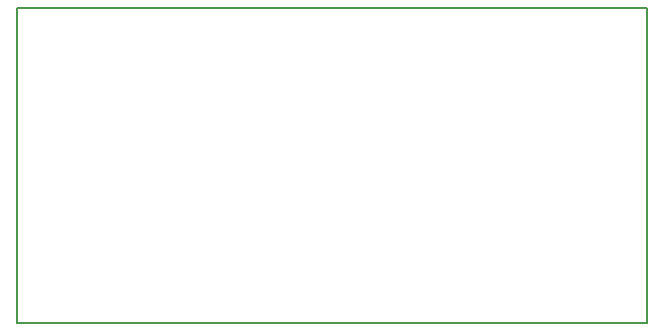
<source format=gbr>
G04 #@! TF.FileFunction,Profile,NP*
%FSLAX46Y46*%
G04 Gerber Fmt 4.6, Leading zero omitted, Abs format (unit mm)*
G04 Created by KiCad (PCBNEW 4.0.0-rc1-stable) date 17/09/2017 11:41:04*
%MOMM*%
G01*
G04 APERTURE LIST*
%ADD10C,0.076200*%
%ADD11C,0.150000*%
G04 APERTURE END LIST*
D10*
D11*
X129540000Y-120650000D02*
X129540000Y-93980000D01*
X182880000Y-120650000D02*
X129540000Y-120650000D01*
X182880000Y-93980000D02*
X182880000Y-120650000D01*
X129540000Y-93980000D02*
X182880000Y-93980000D01*
M02*

</source>
